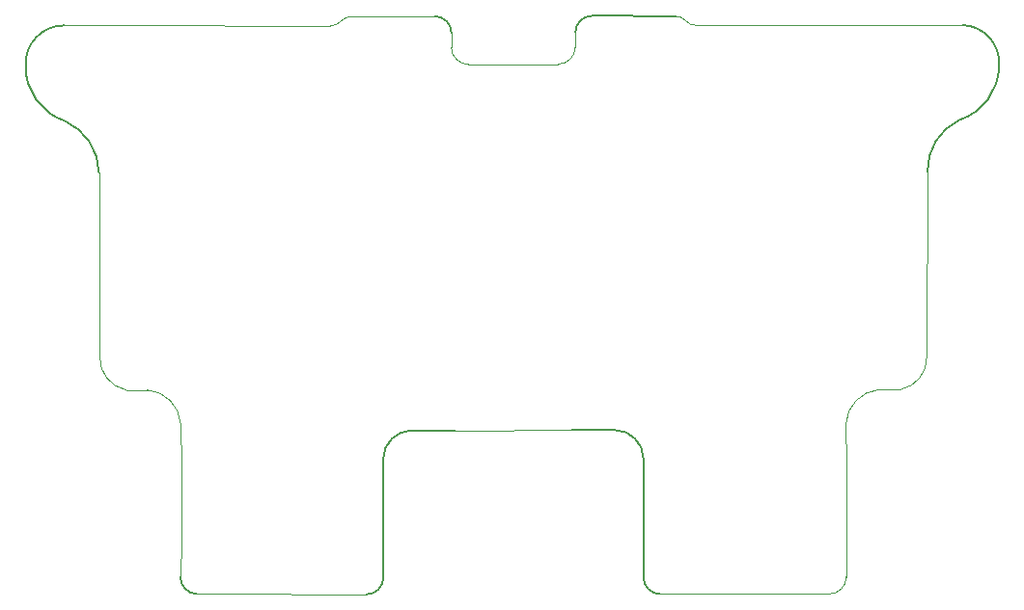
<source format=gm1>
%TF.GenerationSoftware,KiCad,Pcbnew,7.0.7*%
%TF.CreationDate,2024-01-26T01:18:24+08:00*%
%TF.ProjectId,adapter,61646170-7465-4722-9e6b-696361645f70,rev?*%
%TF.SameCoordinates,Original*%
%TF.FileFunction,Profile,NP*%
%FSLAX46Y46*%
G04 Gerber Fmt 4.6, Leading zero omitted, Abs format (unit mm)*
G04 Created by KiCad (PCBNEW 7.0.7) date 2024-01-26 01:18:24*
%MOMM*%
%LPD*%
G01*
G04 APERTURE LIST*
%TA.AperFunction,Profile*%
%ADD10C,0.100000*%
%TD*%
%TA.AperFunction,Profile*%
%ADD11C,0.200000*%
%TD*%
G04 APERTURE END LIST*
D10*
X201193803Y-122725254D02*
X211293471Y-122694594D01*
X192037274Y-86340180D02*
X199355788Y-86323929D01*
X229347620Y-87132180D02*
X234387620Y-87112180D01*
X178560297Y-87130820D02*
X183320297Y-87170820D01*
X200805806Y-89061095D02*
G75*
G03*
X202310017Y-90561088I1499994J-5D01*
G01*
X210185715Y-90538880D02*
G75*
G03*
X211681486Y-89038893I-4215J1499980D01*
G01*
X211681486Y-87763269D02*
X211681486Y-89038893D01*
X200805788Y-87793929D02*
X200805788Y-89061095D01*
X202310017Y-90561089D02*
X210185715Y-90538887D01*
X233959661Y-137090292D02*
G75*
G03*
X235459392Y-135589661I-261J1499992D01*
G01*
X235458072Y-132334511D02*
X235459392Y-135589661D01*
X223307620Y-137092180D02*
X233959661Y-137090269D01*
X184410297Y-137090820D02*
X189140297Y-137120820D01*
X242520000Y-116229520D02*
X242580005Y-99981986D01*
X169967274Y-116260180D02*
X169890833Y-100080626D01*
X235446291Y-125584523D02*
X235420000Y-122129520D01*
X221350009Y-86709513D02*
G75*
G03*
X222311303Y-87142580I943714J811353D01*
G01*
D11*
X245396954Y-95431993D02*
G75*
G03*
X242580005Y-99981986I2073569J-4430767D01*
G01*
D10*
X174138408Y-119160180D02*
X172267274Y-119160180D01*
X240220000Y-119129520D02*
X238348866Y-119129520D01*
X219125358Y-137091882D02*
X223307620Y-137092180D01*
D11*
X193361916Y-137122522D02*
G75*
G03*
X194834449Y-135673573I13484J1459022D01*
G01*
D10*
X177112266Y-132433153D02*
X177043924Y-135617413D01*
X190175971Y-87173240D02*
X183320297Y-87170820D01*
D11*
X211293471Y-122694594D02*
X215123949Y-122685571D01*
X248851002Y-90609523D02*
G75*
G03*
X245655648Y-87103616I-3313779J188863D01*
G01*
D10*
X240220006Y-119129548D02*
G75*
G03*
X242520000Y-116229520I-562883J2808488D01*
G01*
D11*
X166831626Y-87134289D02*
G75*
G03*
X163456376Y-90708160I574J-3381311D01*
G01*
X245396950Y-95431984D02*
G75*
G03*
X248850942Y-90609520I-1552527J4760124D01*
G01*
X194823325Y-125256231D02*
X194834450Y-135673573D01*
D10*
X177067252Y-122160181D02*
G75*
G03*
X174138408Y-119160180I-3193452J-188019D01*
G01*
X178505923Y-137093534D02*
X184410297Y-137090820D01*
X193361916Y-137122542D02*
X189140297Y-137120820D01*
X221350003Y-86709517D02*
G75*
G03*
X220450000Y-86309521I-969080J-967943D01*
G01*
X190175971Y-87173221D02*
G75*
G03*
X191137273Y-86740180I17429J1244821D01*
G01*
D11*
X220450000Y-86309520D02*
X213131486Y-86293269D01*
X163456433Y-90708161D02*
G75*
G03*
X166910367Y-95530625I5006267J-62539D01*
G01*
D10*
X169967264Y-116260180D02*
G75*
G03*
X172267274Y-119160179I2862736J-91620D01*
G01*
X177067274Y-122160180D02*
X177100485Y-125683165D01*
D11*
X213131486Y-86293257D02*
G75*
G03*
X211681486Y-87763269I19837J-1469703D01*
G01*
X217652824Y-135642913D02*
X217663949Y-125225571D01*
D10*
X192037274Y-86340184D02*
G75*
G03*
X191137274Y-86740180I69026J-1367816D01*
G01*
D11*
X169890814Y-100080626D02*
G75*
G03*
X166910367Y-95530627I-5068114J-68674D01*
G01*
X197363325Y-122716231D02*
X201193803Y-122725254D01*
D10*
X166831626Y-87134276D02*
X178560297Y-87130820D01*
D11*
X217652774Y-135642913D02*
G75*
G03*
X219125358Y-137091881I1459049J10053D01*
G01*
X217664012Y-125225571D02*
G75*
G03*
X215123949Y-122685571I-2540089J-89D01*
G01*
D10*
X235446291Y-125584523D02*
X235458072Y-132334511D01*
X177112266Y-132433153D02*
X177100485Y-125683165D01*
X238348870Y-119129569D02*
G75*
G03*
X235420001Y-122129520I264753J-3188191D01*
G01*
X245655648Y-87103616D02*
X234387620Y-87112180D01*
D11*
X177043931Y-135617413D02*
G75*
G03*
X178505923Y-137093534I1462269J-13787D01*
G01*
X200805806Y-87793929D02*
G75*
G03*
X199355788Y-86323930I-1470006J129D01*
G01*
D10*
X222311303Y-87142580D02*
X229347620Y-87132180D01*
D11*
X197363325Y-122716225D02*
G75*
G03*
X194823325Y-125256231I75J-2540075D01*
G01*
M02*

</source>
